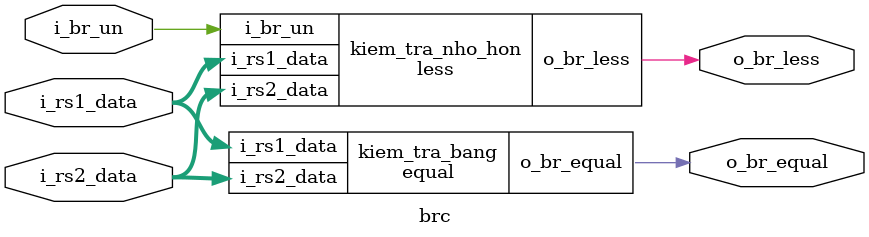
<source format=sv>
module equal(
	input logic [31:0] i_rs1_data,
	input logic [31:0] i_rs2_data,
	output logic o_br_equal
);
	//kiem tra bang
	logic [31:0] bang;
	assign bang = (~i_rs1_data & i_rs2_data) | (i_rs1_data & ~i_rs2_data); //cac bit giong nhau tung cap thi xor =0 
	assign o_br_equal = ~(|bang);
endmodule

//nho hon
module less(
	input logic [31:0] i_rs1_data,
	input logic [31:0] i_rs2_data,
	input logic i_br_un,
	output logic o_br_less
);
	logic sub_en;
	assign sub_en = 1'b1;
	logic [31:0] sum; //ket qua phep tru
	logic [31:0] c; //co nho cua phep tru tung cap bit
	logic less_unsigned;
	logic less_signed;
	fa fa0 (.a(i_rs1_data[0]), .b(~i_rs2_data[0]), .c_i(sub_en), .s(sum[0]), .c_o(c[0]));
   genvar i;
		generate for (i=1; i<32; i++) begin:
		fa_chain
		fa fa_inst(
		.a (i_rs1_data[i]),
		.b (~i_rs2_data[i]),
		.c_i (c[i-1]),
		.s (sum[i]),
		.c_o (c[i])
		);
		end
		endgenerate
	
	assign less_unsigned = ~c[31];
	assign less_signed = ~sum[31]&~c[30]&c[31] | ~sum[31]&c[30]&~c[31] | sum[31]&~c[30]&~c[31] | sum[31]&c[30]&c[31];
	mux2_1_1bit mux0(.a(less_signed), .b(less_unsigned), .sel(i_br_un), .c(o_br_less));
endmodule


module brc(
	input logic [31:0] i_rs1_data,
	input logic [31:0] i_rs2_data,
	input logic i_br_un,
	output logic o_br_less,
	output logic o_br_equal
	);
	//kiem tra bang
	equal kiem_tra_bang(.i_rs1_data(i_rs1_data), .i_rs2_data(i_rs2_data), .o_br_equal(o_br_equal));

	//kiem tra nho hon 
	less kiem_tra_nho_hon(.i_rs1_data(i_rs1_data), .i_rs2_data(i_rs2_data), .i_br_un(i_br_un), .o_br_less(o_br_less));
endmodule

</source>
